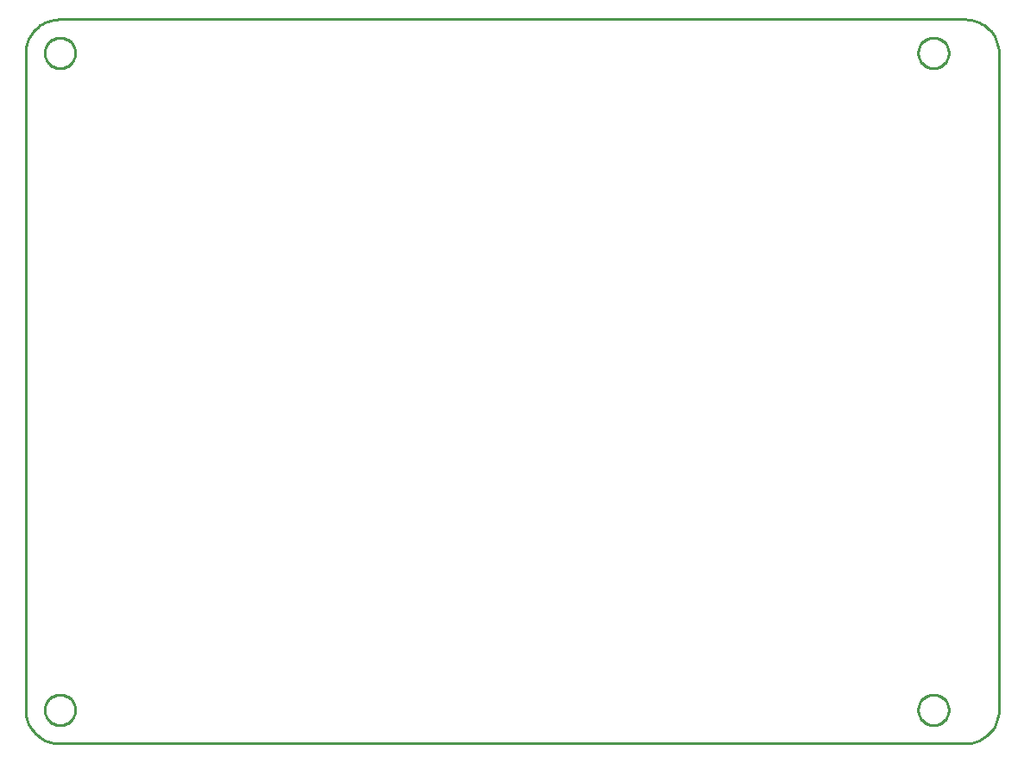
<source format=gbr>
G04 EAGLE Gerber RS-274X export*
G75*
%MOMM*%
%FSLAX34Y34*%
%LPD*%
%IN*%
%IPPOS*%
%AMOC8*
5,1,8,0,0,1.08239X$1,22.5*%
G01*
%ADD10C,0.254000*%


D10*
X0Y33020D02*
X126Y30142D01*
X502Y27286D01*
X1125Y24474D01*
X1991Y21727D01*
X3094Y19065D01*
X4424Y16510D01*
X5972Y14081D01*
X7725Y11795D01*
X9671Y9671D01*
X11795Y7725D01*
X14081Y5972D01*
X16510Y4424D01*
X19065Y3094D01*
X21727Y1991D01*
X24474Y1125D01*
X27286Y502D01*
X30142Y126D01*
X33020Y0D01*
X922020Y0D01*
X924898Y126D01*
X927754Y502D01*
X930566Y1125D01*
X933314Y1991D01*
X935975Y3094D01*
X938530Y4424D01*
X940960Y5972D01*
X943245Y7725D01*
X945369Y9671D01*
X947315Y11795D01*
X949068Y14081D01*
X950616Y16510D01*
X951946Y19065D01*
X953049Y21727D01*
X953915Y24474D01*
X954538Y27286D01*
X954914Y30142D01*
X955040Y33020D01*
X955040Y678180D01*
X954914Y681058D01*
X954538Y683914D01*
X953915Y686726D01*
X953049Y689474D01*
X951946Y692135D01*
X950616Y694690D01*
X949068Y697120D01*
X947315Y699405D01*
X945369Y701529D01*
X943245Y703475D01*
X940960Y705228D01*
X938530Y706776D01*
X935975Y708106D01*
X933314Y709209D01*
X930566Y710075D01*
X927754Y710698D01*
X924898Y711074D01*
X922020Y711200D01*
X33020Y711200D01*
X30142Y711074D01*
X27286Y710698D01*
X24474Y710075D01*
X21727Y709209D01*
X19065Y708106D01*
X16510Y706776D01*
X14081Y705228D01*
X11795Y703475D01*
X9671Y701529D01*
X7725Y699405D01*
X5972Y697120D01*
X4424Y694690D01*
X3094Y692135D01*
X1991Y689474D01*
X1125Y686726D01*
X502Y683914D01*
X126Y681058D01*
X0Y678180D01*
X0Y33020D01*
X48655Y677644D02*
X48579Y676576D01*
X48426Y675515D01*
X48198Y674468D01*
X47896Y673440D01*
X47522Y672436D01*
X47077Y671461D01*
X46563Y670521D01*
X45984Y669620D01*
X45342Y668762D01*
X44640Y667952D01*
X43883Y667195D01*
X43073Y666493D01*
X42215Y665851D01*
X41314Y665272D01*
X40374Y664758D01*
X39399Y664313D01*
X38395Y663939D01*
X37367Y663637D01*
X36320Y663409D01*
X35259Y663256D01*
X34191Y663180D01*
X33119Y663180D01*
X32051Y663256D01*
X30990Y663409D01*
X29943Y663637D01*
X28915Y663939D01*
X27911Y664313D01*
X26936Y664758D01*
X25996Y665272D01*
X25095Y665851D01*
X24237Y666493D01*
X23427Y667195D01*
X22670Y667952D01*
X21968Y668762D01*
X21326Y669620D01*
X20747Y670521D01*
X20233Y671461D01*
X19788Y672436D01*
X19414Y673440D01*
X19112Y674468D01*
X18884Y675515D01*
X18731Y676576D01*
X18655Y677644D01*
X18655Y678716D01*
X18731Y679784D01*
X18884Y680845D01*
X19112Y681892D01*
X19414Y682920D01*
X19788Y683924D01*
X20233Y684899D01*
X20747Y685839D01*
X21326Y686740D01*
X21968Y687598D01*
X22670Y688408D01*
X23427Y689165D01*
X24237Y689867D01*
X25095Y690509D01*
X25996Y691088D01*
X26936Y691602D01*
X27911Y692047D01*
X28915Y692421D01*
X29943Y692723D01*
X30990Y692951D01*
X32051Y693104D01*
X33119Y693180D01*
X34191Y693180D01*
X35259Y693104D01*
X36320Y692951D01*
X37367Y692723D01*
X38395Y692421D01*
X39399Y692047D01*
X40374Y691602D01*
X41314Y691088D01*
X42215Y690509D01*
X43073Y689867D01*
X43883Y689165D01*
X44640Y688408D01*
X45342Y687598D01*
X45984Y686740D01*
X46563Y685839D01*
X47077Y684899D01*
X47522Y683924D01*
X47896Y682920D01*
X48198Y681892D01*
X48426Y680845D01*
X48579Y679784D01*
X48655Y678716D01*
X48655Y677644D01*
X905905Y677644D02*
X905829Y676576D01*
X905676Y675515D01*
X905448Y674468D01*
X905146Y673440D01*
X904772Y672436D01*
X904327Y671461D01*
X903813Y670521D01*
X903234Y669620D01*
X902592Y668762D01*
X901890Y667952D01*
X901133Y667195D01*
X900323Y666493D01*
X899465Y665851D01*
X898564Y665272D01*
X897624Y664758D01*
X896649Y664313D01*
X895645Y663939D01*
X894617Y663637D01*
X893570Y663409D01*
X892509Y663256D01*
X891441Y663180D01*
X890369Y663180D01*
X889301Y663256D01*
X888240Y663409D01*
X887193Y663637D01*
X886165Y663939D01*
X885161Y664313D01*
X884186Y664758D01*
X883246Y665272D01*
X882345Y665851D01*
X881487Y666493D01*
X880677Y667195D01*
X879920Y667952D01*
X879218Y668762D01*
X878576Y669620D01*
X877997Y670521D01*
X877483Y671461D01*
X877038Y672436D01*
X876664Y673440D01*
X876362Y674468D01*
X876134Y675515D01*
X875981Y676576D01*
X875905Y677644D01*
X875905Y678716D01*
X875981Y679784D01*
X876134Y680845D01*
X876362Y681892D01*
X876664Y682920D01*
X877038Y683924D01*
X877483Y684899D01*
X877997Y685839D01*
X878576Y686740D01*
X879218Y687598D01*
X879920Y688408D01*
X880677Y689165D01*
X881487Y689867D01*
X882345Y690509D01*
X883246Y691088D01*
X884186Y691602D01*
X885161Y692047D01*
X886165Y692421D01*
X887193Y692723D01*
X888240Y692951D01*
X889301Y693104D01*
X890369Y693180D01*
X891441Y693180D01*
X892509Y693104D01*
X893570Y692951D01*
X894617Y692723D01*
X895645Y692421D01*
X896649Y692047D01*
X897624Y691602D01*
X898564Y691088D01*
X899465Y690509D01*
X900323Y689867D01*
X901133Y689165D01*
X901890Y688408D01*
X902592Y687598D01*
X903234Y686740D01*
X903813Y685839D01*
X904327Y684899D01*
X904772Y683924D01*
X905146Y682920D01*
X905448Y681892D01*
X905676Y680845D01*
X905829Y679784D01*
X905905Y678716D01*
X905905Y677644D01*
X875905Y33556D02*
X875981Y34624D01*
X876134Y35685D01*
X876362Y36732D01*
X876664Y37760D01*
X877038Y38764D01*
X877483Y39739D01*
X877997Y40679D01*
X878576Y41580D01*
X879218Y42438D01*
X879920Y43248D01*
X880677Y44005D01*
X881487Y44707D01*
X882345Y45349D01*
X883246Y45928D01*
X884186Y46442D01*
X885161Y46887D01*
X886165Y47261D01*
X887193Y47563D01*
X888240Y47791D01*
X889301Y47944D01*
X890369Y48020D01*
X891441Y48020D01*
X892509Y47944D01*
X893570Y47791D01*
X894617Y47563D01*
X895645Y47261D01*
X896649Y46887D01*
X897624Y46442D01*
X898564Y45928D01*
X899465Y45349D01*
X900323Y44707D01*
X901133Y44005D01*
X901890Y43248D01*
X902592Y42438D01*
X903234Y41580D01*
X903813Y40679D01*
X904327Y39739D01*
X904772Y38764D01*
X905146Y37760D01*
X905448Y36732D01*
X905676Y35685D01*
X905829Y34624D01*
X905905Y33556D01*
X905905Y32484D01*
X905829Y31416D01*
X905676Y30355D01*
X905448Y29308D01*
X905146Y28280D01*
X904772Y27276D01*
X904327Y26301D01*
X903813Y25361D01*
X903234Y24460D01*
X902592Y23602D01*
X901890Y22792D01*
X901133Y22035D01*
X900323Y21333D01*
X899465Y20691D01*
X898564Y20112D01*
X897624Y19598D01*
X896649Y19153D01*
X895645Y18779D01*
X894617Y18477D01*
X893570Y18249D01*
X892509Y18096D01*
X891441Y18020D01*
X890369Y18020D01*
X889301Y18096D01*
X888240Y18249D01*
X887193Y18477D01*
X886165Y18779D01*
X885161Y19153D01*
X884186Y19598D01*
X883246Y20112D01*
X882345Y20691D01*
X881487Y21333D01*
X880677Y22035D01*
X879920Y22792D01*
X879218Y23602D01*
X878576Y24460D01*
X877997Y25361D01*
X877483Y26301D01*
X877038Y27276D01*
X876664Y28280D01*
X876362Y29308D01*
X876134Y30355D01*
X875981Y31416D01*
X875905Y32484D01*
X875905Y33556D01*
X18655Y33556D02*
X18731Y34624D01*
X18884Y35685D01*
X19112Y36732D01*
X19414Y37760D01*
X19788Y38764D01*
X20233Y39739D01*
X20747Y40679D01*
X21326Y41580D01*
X21968Y42438D01*
X22670Y43248D01*
X23427Y44005D01*
X24237Y44707D01*
X25095Y45349D01*
X25996Y45928D01*
X26936Y46442D01*
X27911Y46887D01*
X28915Y47261D01*
X29943Y47563D01*
X30990Y47791D01*
X32051Y47944D01*
X33119Y48020D01*
X34191Y48020D01*
X35259Y47944D01*
X36320Y47791D01*
X37367Y47563D01*
X38395Y47261D01*
X39399Y46887D01*
X40374Y46442D01*
X41314Y45928D01*
X42215Y45349D01*
X43073Y44707D01*
X43883Y44005D01*
X44640Y43248D01*
X45342Y42438D01*
X45984Y41580D01*
X46563Y40679D01*
X47077Y39739D01*
X47522Y38764D01*
X47896Y37760D01*
X48198Y36732D01*
X48426Y35685D01*
X48579Y34624D01*
X48655Y33556D01*
X48655Y32484D01*
X48579Y31416D01*
X48426Y30355D01*
X48198Y29308D01*
X47896Y28280D01*
X47522Y27276D01*
X47077Y26301D01*
X46563Y25361D01*
X45984Y24460D01*
X45342Y23602D01*
X44640Y22792D01*
X43883Y22035D01*
X43073Y21333D01*
X42215Y20691D01*
X41314Y20112D01*
X40374Y19598D01*
X39399Y19153D01*
X38395Y18779D01*
X37367Y18477D01*
X36320Y18249D01*
X35259Y18096D01*
X34191Y18020D01*
X33119Y18020D01*
X32051Y18096D01*
X30990Y18249D01*
X29943Y18477D01*
X28915Y18779D01*
X27911Y19153D01*
X26936Y19598D01*
X25996Y20112D01*
X25095Y20691D01*
X24237Y21333D01*
X23427Y22035D01*
X22670Y22792D01*
X21968Y23602D01*
X21326Y24460D01*
X20747Y25361D01*
X20233Y26301D01*
X19788Y27276D01*
X19414Y28280D01*
X19112Y29308D01*
X18884Y30355D01*
X18731Y31416D01*
X18655Y32484D01*
X18655Y33556D01*
M02*

</source>
